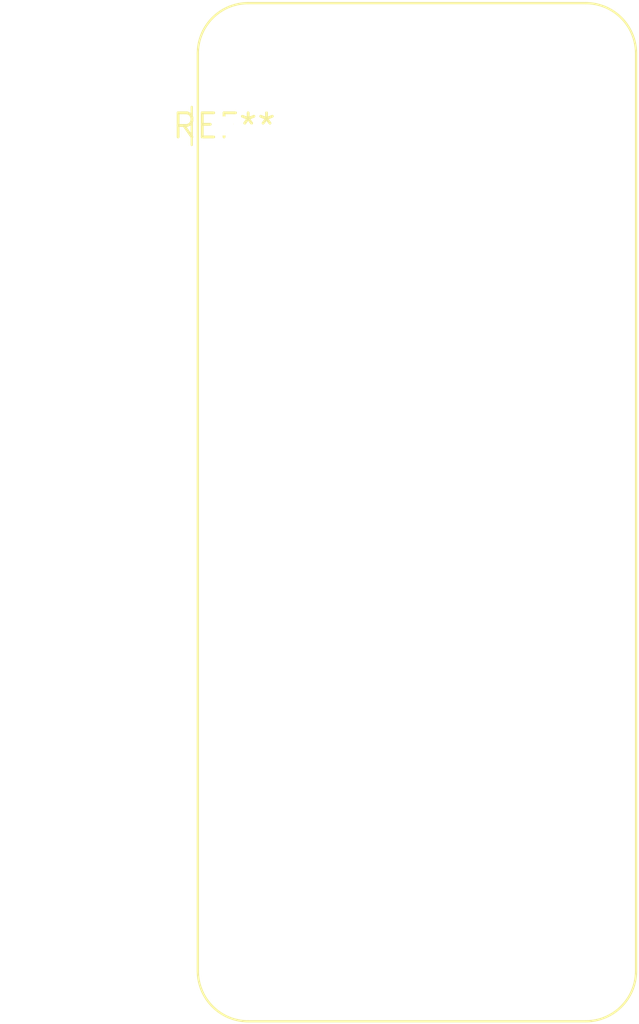
<source format=kicad_pcb>
(kicad_pcb (version 20240108) (generator pcbnew)
  (layers (0 "F.Cu" signal) (31 "B.Cu" signal) (34 "B.Paste" user) (35 "F.Paste" user) (36 "B.SilkS" user "B.Silkscreen") (37 "F.SilkS" user "F.Silkscreen") (38 "B.Mask" user) (39 "F.Mask" user) (44 "Edge.Cuts" user))
  (net 0 "")
  (footprint "Adafruit_Feather_M0_Wifi" (layer "F.Cu") (at 0 0)
    (property "Reference" "REF**")
    (property "Value" "Adafruit_Feather_M0_Wifi")
    (fp_line (start -1.7 1) (end -1.7 -1) (layer "F.SilkS") (stroke (width 0.12)))
    (fp_line (start -1.38 -3.81) (end -1.38 44.45) (layer "F.SilkS") (stroke (width 0.12)))
    (fp_line (start 19.05 -6.46) (end 1.27 -6.46) (layer "F.SilkS") (stroke (width 0.12)))
    (fp_line (start 19.05 47.1) (end 1.27 47.1) (layer "F.SilkS") (stroke (width 0.12)))
    (fp_line (start 21.7 -3.81) (end 21.7 44.45) (layer "F.SilkS") (stroke (width 0.12)))
    (fp_arc (start -1.38 -3.81) (mid -0.603833 -5.683833) (end 1.27 -6.46) (layer "F.SilkS") (stroke (width 0.12)))
    (fp_arc (start 1.27 47.1) (mid -0.603833 46.323833) (end -1.38 44.45) (layer "F.SilkS") (stroke (width 0.12)))
    (fp_arc (start 19.05 -6.46) (mid 20.923833 -5.683833) (end 21.7 -3.81) (layer "F.SilkS") (stroke (width 0.12)))
    (fp_arc (start 21.7 44.45) (mid 20.923833 46.323833) (end 19.05 47.1) (layer "F.SilkS") (stroke (width 0.12)))
    (pad "1" thru_hole roundrect (at 0 0) (size 2.6 1.6) (drill 1 (offset 0.3 0)) (layers *.Cu *.Mask) (remove_unused_layers) (roundrect_rratio 0.15625))
    (pad "2" thru_hole oval (at 0 2.54) (size 2.6 1.6) (drill 1 (offset 0.3 0)) (layers *.Cu *.Mask) (remove_unused_layers))
    (pad "3" thru_hole oval (at 0 5.08) (size 2.6 1.6) (drill 1 (offset 0.3 0)) (layers *.Cu *.Mask) (remove_unused_layers))
    (pad "4" thru_hole oval (at 0 7.62) (size 2.6 1.6) (drill 1 (offset 0.3 0)) (layers *.Cu *.Mask) (remove_unused_layers))
    (pad "5" thru_hole oval (at 0 10.16) (size 2.6 1.6) (drill 1 (offset 0.3 0)) (layers *.Cu *.Mask) (remove_unused_layers))
    (pad "6" thru_hole oval (at 0 12.7) (size 2.6 1.6) (drill 1 (offset 0.3 0)) (layers *.Cu *.Mask) (remove_unused_layers))
    (pad "7" thru_hole oval (at 0 15.24) (size 2.6 1.6) (drill 1 (offset 0.3 0)) (layers *.Cu *.Mask) (remove_unused_layers))
    (pad "8" thru_hole oval (at 0 17.78) (size 2.6 1.6) (drill 1 (offset 0.3 0)) (layers *.Cu *.Mask) (remove_unused_layers))
    (pad "9" thru_hole oval (at 0 20.32) (size 2.6 1.6) (drill 1 (offset 0.3 0)) (layers *.Cu *.Mask) (remove_unused_layers))
    (pad "10" thru_hole oval (at 0 22.86) (size 2.6 1.6) (drill 1 (offset 0.3 0)) (layers *.Cu *.Mask) (remove_unused_layers))
    (pad "11" thru_hole oval (at 0 25.4) (size 2.6 1.6) (drill 1 (offset 0.3 0)) (layers *.Cu *.Mask) (remove_unused_layers))
    (pad "12" thru_hole oval (at 0 27.94) (size 2.6 1.6) (drill 1 (offset 0.3 0)) (layers *.Cu *.Mask) (remove_unused_layers))
    (pad "13" thru_hole oval (at 0 30.48) (size 2.6 1.6) (drill 1 (offset 0.3 0)) (layers *.Cu *.Mask) (remove_unused_layers))
    (pad "14" thru_hole oval (at 0 33.02) (size 2.6 1.6) (drill 1 (offset 0.3 0)) (layers *.Cu *.Mask) (remove_unused_layers))
    (pad "15" thru_hole oval (at 0 35.56) (size 2.6 1.6) (drill 1 (offset 0.3 0)) (layers *.Cu *.Mask) (remove_unused_layers))
    (pad "16" thru_hole oval (at 0 38.1) (size 2.6 1.6) (drill 1 (offset 0.3 0)) (layers *.Cu *.Mask) (remove_unused_layers))
    (pad "17" thru_hole oval (at 20.32 38.1 180) (size 2.6 1.6) (drill 1 (offset 0.3 0)) (layers *.Cu *.Mask) (remove_unused_layers))
    (pad "18" thru_hole oval (at 20.32 35.56 180) (size 2.6 1.6) (drill 1 (offset 0.3 0)) (layers *.Cu *.Mask) (remove_unused_layers))
    (pad "19" thru_hole oval (at 20.32 33.02 180) (size 2.6 1.6) (drill 1 (offset 0.3 0)) (layers *.Cu *.Mask) (remove_unused_layers))
    (pad "20" thru_hole oval (at 20.32 30.48 180) (size 2.6 1.6) (drill 1 (offset 0.3 0)) (layers *.Cu *.Mask) (remove_unused_layers))
    (pad "21" thru_hole oval (at 20.32 27.94 180) (size 2.6 1.6) (drill 1 (offset 0.3 0)) (layers *.Cu *.Mask) (remove_unused_layers))
    (pad "22" thru_hole oval (at 20.32 25.4 180) (size 2.6 1.6) (drill 1 (offset 0.3 0)) (layers *.Cu *.Mask) (remove_unused_layers))
    (pad "23" thru_hole oval (at 20.32 22.86 180) (size 2.6 1.6) (drill 1 (offset 0.3 0)) (layers *.Cu *.Mask) (remove_unused_layers))
    (pad "24" thru_hole oval (at 20.32 20.32 180) (size 2.6 1.6) (drill 1 (offset 0.3 0)) (layers *.Cu *.Mask) (remove_unused_layers))
    (pad "25" thru_hole oval (at 20.32 17.78 180) (size 2.6 1.6) (drill 1 (offset 0.3 0)) (layers *.Cu *.Mask) (remove_unused_layers))
    (pad "26" thru_hole oval (at 20.32 15.24 180) (size 2.6 1.6) (drill 1 (offset 0.3 0)) (layers *.Cu *.Mask) (remove_unused_layers))
    (pad "27" thru_hole oval (at 20.32 12.7 180) (size 2.6 1.6) (drill 1 (offset 0.3 0)) (layers *.Cu *.Mask) (remove_unused_layers))
    (pad "28" thru_hole oval (at 20.32 10.16 180) (size 2.6 1.6) (drill 1 (offset 0.3 0)) (layers *.Cu *.Mask) (remove_unused_layers))
  )
)
</source>
